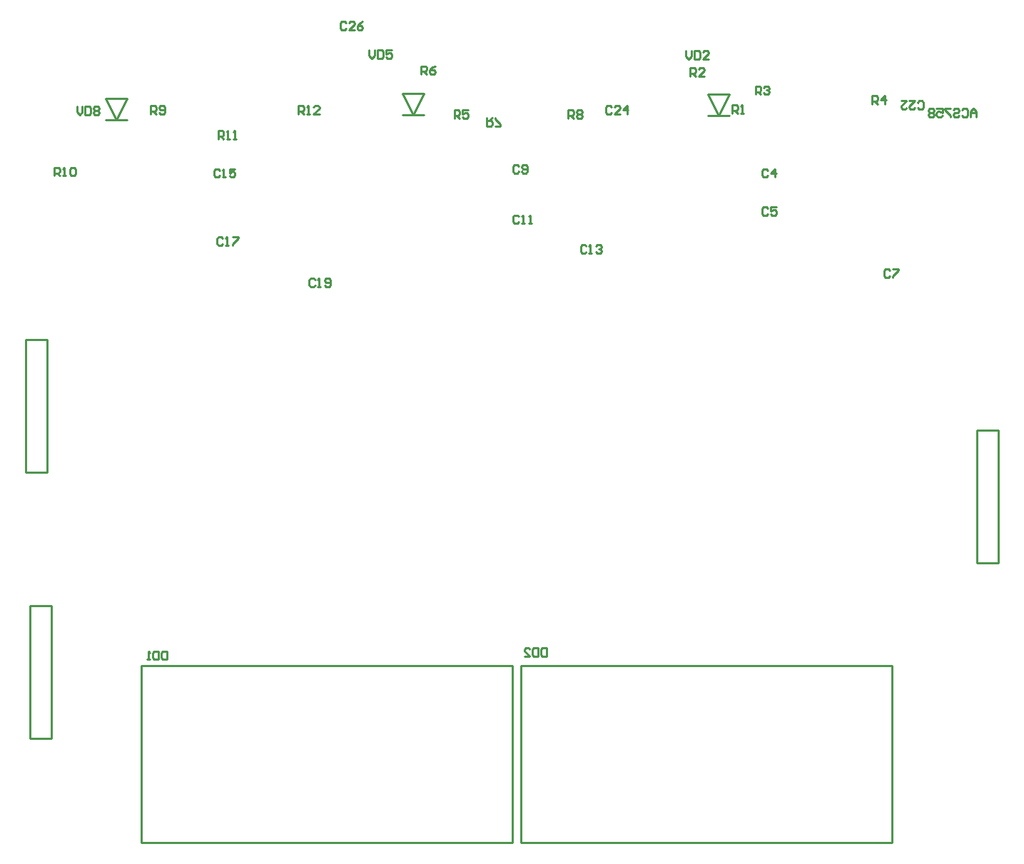
<source format=gbo>
G04 Layer_Color=32896*
%FSLAX23Y23*%
%MOIN*%
G70*
G01*
G75*
%ADD43C,0.010*%
D43*
X3554Y6190D02*
X3654D01*
X3554D02*
X3604Y6090D01*
X3654Y6190D01*
X3554Y6090D02*
X3654D01*
X6369Y6210D02*
X6469D01*
X6369D02*
X6419Y6110D01*
X6469Y6210D01*
X6369Y6110D02*
X6469D01*
X5496Y2716D02*
Y3543D01*
Y2716D02*
X7229D01*
X5496Y3543D02*
X7229D01*
Y2716D02*
Y3543D01*
X4940Y6214D02*
X5040D01*
X4940D02*
X4990Y6114D01*
X5040Y6214D01*
X4940Y6114D02*
X5040D01*
X3721Y2716D02*
Y3543D01*
Y2716D02*
X5454D01*
X3721Y3543D02*
X5454D01*
Y2716D02*
Y3543D01*
X3180Y4445D02*
Y5065D01*
X3280Y4445D02*
Y5065D01*
X3180D02*
X3280D01*
X3180Y4445D02*
X3280D01*
X7625Y4020D02*
Y4640D01*
X7725Y4020D02*
Y4640D01*
X7625D02*
X7725D01*
X7625Y4020D02*
X7725D01*
X3200Y3200D02*
Y3820D01*
Y3200D02*
X3300D01*
X3200Y3820D02*
X3300D01*
Y3200D02*
Y3820D01*
X7620Y6105D02*
Y6131D01*
X7607Y6144D01*
X7594Y6131D01*
Y6105D01*
Y6125D01*
X7620D01*
X7554Y6138D02*
X7561Y6144D01*
X7574D01*
X7581Y6138D01*
Y6112D01*
X7574Y6105D01*
X7561D01*
X7554Y6112D01*
X7515Y6138D02*
X7522Y6144D01*
X7535D01*
X7541Y6138D01*
Y6131D01*
X7535Y6125D01*
X7522D01*
X7515Y6118D01*
Y6112D01*
X7522Y6105D01*
X7535D01*
X7541Y6112D01*
X7502Y6144D02*
X7476D01*
Y6138D01*
X7502Y6112D01*
Y6105D01*
X7436Y6144D02*
X7463D01*
Y6125D01*
X7449Y6131D01*
X7443D01*
X7436Y6125D01*
Y6112D01*
X7443Y6105D01*
X7456D01*
X7463Y6112D01*
X7423Y6138D02*
X7417Y6144D01*
X7404D01*
X7397Y6138D01*
Y6131D01*
X7404Y6125D01*
X7397Y6118D01*
Y6112D01*
X7404Y6105D01*
X7417D01*
X7423Y6112D01*
Y6118D01*
X7417Y6125D01*
X7423Y6131D01*
Y6138D01*
X7417Y6125D02*
X7404D01*
X5799Y5502D02*
X5793Y5509D01*
X5780D01*
X5773Y5502D01*
Y5476D01*
X5780Y5469D01*
X5793D01*
X5799Y5476D01*
X5812Y5469D02*
X5826D01*
X5819D01*
Y5509D01*
X5812Y5502D01*
X5845D02*
X5852Y5509D01*
X5865D01*
X5872Y5502D01*
Y5496D01*
X5865Y5489D01*
X5858D01*
X5865D01*
X5872Y5482D01*
Y5476D01*
X5865Y5469D01*
X5852D01*
X5845Y5476D01*
X5183Y6099D02*
Y6139D01*
X5202D01*
X5209Y6132D01*
Y6119D01*
X5202Y6112D01*
X5183D01*
X5196D02*
X5209Y6099D01*
X5248Y6139D02*
X5222D01*
Y6119D01*
X5235Y6125D01*
X5242D01*
X5248Y6119D01*
Y6106D01*
X5242Y6099D01*
X5228D01*
X5222Y6106D01*
X4080Y6001D02*
Y6040D01*
X4100D01*
X4106Y6034D01*
Y6021D01*
X4100Y6014D01*
X4080D01*
X4093D02*
X4106Y6001D01*
X4120D02*
X4133D01*
X4126D01*
Y6040D01*
X4120Y6034D01*
X4152Y6001D02*
X4165D01*
X4159D01*
Y6040D01*
X4152Y6034D01*
X5333Y6103D02*
Y6063D01*
X5353D01*
X5360Y6070D01*
Y6083D01*
X5353Y6089D01*
X5333D01*
X5346D02*
X5360Y6103D01*
X5373Y6063D02*
X5399D01*
Y6070D01*
X5373Y6096D01*
Y6103D01*
X6590Y6210D02*
Y6249D01*
X6610D01*
X6616Y6243D01*
Y6230D01*
X6610Y6223D01*
X6590D01*
X6603D02*
X6616Y6210D01*
X6629Y6243D02*
X6636Y6249D01*
X6649D01*
X6656Y6243D01*
Y6236D01*
X6649Y6230D01*
X6642D01*
X6649D01*
X6656Y6223D01*
Y6217D01*
X6649Y6210D01*
X6636D01*
X6629Y6217D01*
X4087Y5856D02*
X4080Y5863D01*
X4067D01*
X4061Y5856D01*
Y5830D01*
X4067Y5824D01*
X4080D01*
X4087Y5830D01*
X4100Y5824D02*
X4113D01*
X4106D01*
Y5863D01*
X4100Y5856D01*
X4159Y5863D02*
X4133D01*
Y5843D01*
X4146Y5850D01*
X4152D01*
X4159Y5843D01*
Y5830D01*
X4152Y5824D01*
X4139D01*
X4133Y5830D01*
X4533Y5345D02*
X4526Y5351D01*
X4513D01*
X4506Y5345D01*
Y5318D01*
X4513Y5312D01*
X4526D01*
X4533Y5318D01*
X4546Y5312D02*
X4559D01*
X4552D01*
Y5351D01*
X4546Y5345D01*
X4579Y5318D02*
X4585Y5312D01*
X4598D01*
X4605Y5318D01*
Y5345D01*
X4598Y5351D01*
X4585D01*
X4579Y5345D01*
Y5338D01*
X4585Y5332D01*
X4605D01*
X4102Y5538D02*
X4096Y5544D01*
X4083D01*
X4076Y5538D01*
Y5511D01*
X4083Y5505D01*
X4096D01*
X4102Y5511D01*
X4116Y5505D02*
X4129D01*
X4122D01*
Y5544D01*
X4116Y5538D01*
X4148Y5544D02*
X4175D01*
Y5538D01*
X4148Y5511D01*
Y5505D01*
X4677Y6545D02*
X4671Y6552D01*
X4658D01*
X4651Y6545D01*
Y6519D01*
X4658Y6513D01*
X4671D01*
X4677Y6519D01*
X4717Y6513D02*
X4690D01*
X4717Y6539D01*
Y6545D01*
X4710Y6552D01*
X4697D01*
X4690Y6545D01*
X4756Y6552D02*
X4743Y6545D01*
X4730Y6532D01*
Y6519D01*
X4736Y6513D01*
X4749D01*
X4756Y6519D01*
Y6526D01*
X4749Y6532D01*
X4730D01*
X5484Y5876D02*
X5478Y5883D01*
X5465D01*
X5458Y5876D01*
Y5850D01*
X5465Y5843D01*
X5478D01*
X5484Y5850D01*
X5498D02*
X5504Y5843D01*
X5517D01*
X5524Y5850D01*
Y5876D01*
X5517Y5883D01*
X5504D01*
X5498Y5876D01*
Y5870D01*
X5504Y5863D01*
X5524D01*
X5484Y5640D02*
X5478Y5646D01*
X5465D01*
X5458Y5640D01*
Y5614D01*
X5465Y5607D01*
X5478D01*
X5484Y5614D01*
X5498Y5607D02*
X5511D01*
X5504D01*
Y5646D01*
X5498Y5640D01*
X5530Y5607D02*
X5543D01*
X5537D01*
Y5646D01*
X5530Y5640D01*
X6647Y5679D02*
X6641Y5686D01*
X6628D01*
X6621Y5679D01*
Y5653D01*
X6628Y5646D01*
X6641D01*
X6647Y5653D01*
X6687Y5686D02*
X6660D01*
Y5666D01*
X6674Y5673D01*
X6680D01*
X6687Y5666D01*
Y5653D01*
X6680Y5646D01*
X6667D01*
X6660Y5653D01*
X6647Y5856D02*
X6641Y5863D01*
X6628D01*
X6621Y5856D01*
Y5830D01*
X6628Y5824D01*
X6641D01*
X6647Y5830D01*
X6680Y5824D02*
Y5863D01*
X6660Y5843D01*
X6687D01*
X7349Y6147D02*
X7355Y6141D01*
X7368D01*
X7375Y6147D01*
Y6173D01*
X7368Y6180D01*
X7355D01*
X7349Y6173D01*
X7309Y6180D02*
X7336D01*
X7309Y6154D01*
Y6147D01*
X7316Y6141D01*
X7329D01*
X7336Y6147D01*
X7270Y6180D02*
X7296D01*
X7270Y6154D01*
Y6147D01*
X7277Y6141D01*
X7290D01*
X7296Y6147D01*
X3420Y6154D02*
Y6128D01*
X3433Y6115D01*
X3446Y6128D01*
Y6154D01*
X3459D02*
Y6115D01*
X3479D01*
X3486Y6122D01*
Y6148D01*
X3479Y6154D01*
X3459D01*
X3499Y6148D02*
X3505Y6154D01*
X3518D01*
X3525Y6148D01*
Y6141D01*
X3518Y6135D01*
X3525Y6128D01*
Y6122D01*
X3518Y6115D01*
X3505D01*
X3499Y6122D01*
Y6128D01*
X3505Y6135D01*
X3499Y6141D01*
Y6148D01*
X3505Y6135D02*
X3518D01*
X3765Y6119D02*
Y6158D01*
X3785D01*
X3791Y6152D01*
Y6139D01*
X3785Y6132D01*
X3765D01*
X3778D02*
X3791Y6119D01*
X3805Y6125D02*
X3811Y6119D01*
X3824D01*
X3831Y6125D01*
Y6152D01*
X3824Y6158D01*
X3811D01*
X3805Y6152D01*
Y6145D01*
X3811Y6139D01*
X3831D01*
X4454Y6119D02*
Y6158D01*
X4474D01*
X4480Y6152D01*
Y6139D01*
X4474Y6132D01*
X4454D01*
X4467D02*
X4480Y6119D01*
X4494D02*
X4507D01*
X4500D01*
Y6158D01*
X4494Y6152D01*
X4553Y6119D02*
X4526D01*
X4553Y6145D01*
Y6152D01*
X4546Y6158D01*
X4533D01*
X4526Y6152D01*
X5714Y6099D02*
Y6139D01*
X5734D01*
X5740Y6132D01*
Y6119D01*
X5734Y6112D01*
X5714D01*
X5727D02*
X5740Y6099D01*
X5753Y6132D02*
X5760Y6139D01*
X5773D01*
X5780Y6132D01*
Y6125D01*
X5773Y6119D01*
X5780Y6112D01*
Y6106D01*
X5773Y6099D01*
X5760D01*
X5753Y6106D01*
Y6112D01*
X5760Y6119D01*
X5753Y6125D01*
Y6132D01*
X5760Y6119D02*
X5773D01*
X5917Y6152D02*
X5911Y6158D01*
X5898D01*
X5891Y6152D01*
Y6125D01*
X5898Y6119D01*
X5911D01*
X5917Y6125D01*
X5957Y6119D02*
X5931D01*
X5957Y6145D01*
Y6152D01*
X5950Y6158D01*
X5937D01*
X5931Y6152D01*
X5990Y6119D02*
Y6158D01*
X5970Y6139D01*
X5996D01*
X5029Y6304D02*
Y6343D01*
X5049D01*
X5055Y6337D01*
Y6324D01*
X5049Y6317D01*
X5029D01*
X5042D02*
X5055Y6304D01*
X5095Y6343D02*
X5081Y6337D01*
X5068Y6324D01*
Y6311D01*
X5075Y6304D01*
X5088D01*
X5095Y6311D01*
Y6317D01*
X5088Y6324D01*
X5068D01*
X6285Y6296D02*
Y6335D01*
X6305D01*
X6311Y6329D01*
Y6316D01*
X6305Y6309D01*
X6285D01*
X6298D02*
X6311Y6296D01*
X6351D02*
X6324D01*
X6351Y6322D01*
Y6329D01*
X6344Y6335D01*
X6331D01*
X6324Y6329D01*
X6482Y6123D02*
Y6163D01*
X6502D01*
X6509Y6156D01*
Y6143D01*
X6502Y6136D01*
X6482D01*
X6495D02*
X6509Y6123D01*
X6522D02*
X6535D01*
X6528D01*
Y6163D01*
X6522Y6156D01*
X7135Y6165D02*
Y6204D01*
X7155D01*
X7161Y6198D01*
Y6185D01*
X7155Y6178D01*
X7135D01*
X7148D02*
X7161Y6165D01*
X7194D02*
Y6204D01*
X7174Y6185D01*
X7201D01*
X6265Y6414D02*
Y6388D01*
X6278Y6375D01*
X6291Y6388D01*
Y6414D01*
X6305D02*
Y6375D01*
X6324D01*
X6331Y6381D01*
Y6408D01*
X6324Y6414D01*
X6305D01*
X6370Y6375D02*
X6344D01*
X6370Y6401D01*
Y6408D01*
X6364Y6414D01*
X6351D01*
X6344Y6408D01*
X5615Y3624D02*
Y3585D01*
X5595D01*
X5589Y3592D01*
Y3618D01*
X5595Y3624D01*
X5615D01*
X5576D02*
Y3585D01*
X5556D01*
X5549Y3592D01*
Y3618D01*
X5556Y3624D01*
X5576D01*
X5510Y3585D02*
X5536D01*
X5510Y3611D01*
Y3618D01*
X5517Y3624D01*
X5530D01*
X5536Y3618D01*
X7218Y5387D02*
X7212Y5394D01*
X7199D01*
X7192Y5387D01*
Y5361D01*
X7199Y5354D01*
X7212D01*
X7218Y5361D01*
X7231Y5394D02*
X7258D01*
Y5387D01*
X7231Y5361D01*
Y5354D01*
X3315Y5830D02*
Y5869D01*
X3335D01*
X3341Y5863D01*
Y5850D01*
X3335Y5843D01*
X3315D01*
X3328D02*
X3341Y5830D01*
X3354D02*
X3367D01*
X3361D01*
Y5869D01*
X3354Y5863D01*
X3387D02*
X3394Y5869D01*
X3407D01*
X3413Y5863D01*
Y5837D01*
X3407Y5830D01*
X3394D01*
X3387Y5837D01*
Y5863D01*
X4785Y6418D02*
Y6392D01*
X4798Y6379D01*
X4811Y6392D01*
Y6418D01*
X4824D02*
Y6379D01*
X4844D01*
X4851Y6385D01*
Y6412D01*
X4844Y6418D01*
X4824D01*
X4890D02*
X4864D01*
Y6398D01*
X4877Y6405D01*
X4883D01*
X4890Y6398D01*
Y6385D01*
X4883Y6379D01*
X4870D01*
X4864Y6385D01*
X3840Y3609D02*
Y3570D01*
X3820D01*
X3814Y3577D01*
Y3603D01*
X3820Y3609D01*
X3840D01*
X3801D02*
Y3570D01*
X3781D01*
X3774Y3577D01*
Y3603D01*
X3781Y3609D01*
X3801D01*
X3761Y3570D02*
X3748D01*
X3755D01*
Y3609D01*
X3761Y3603D01*
M02*

</source>
